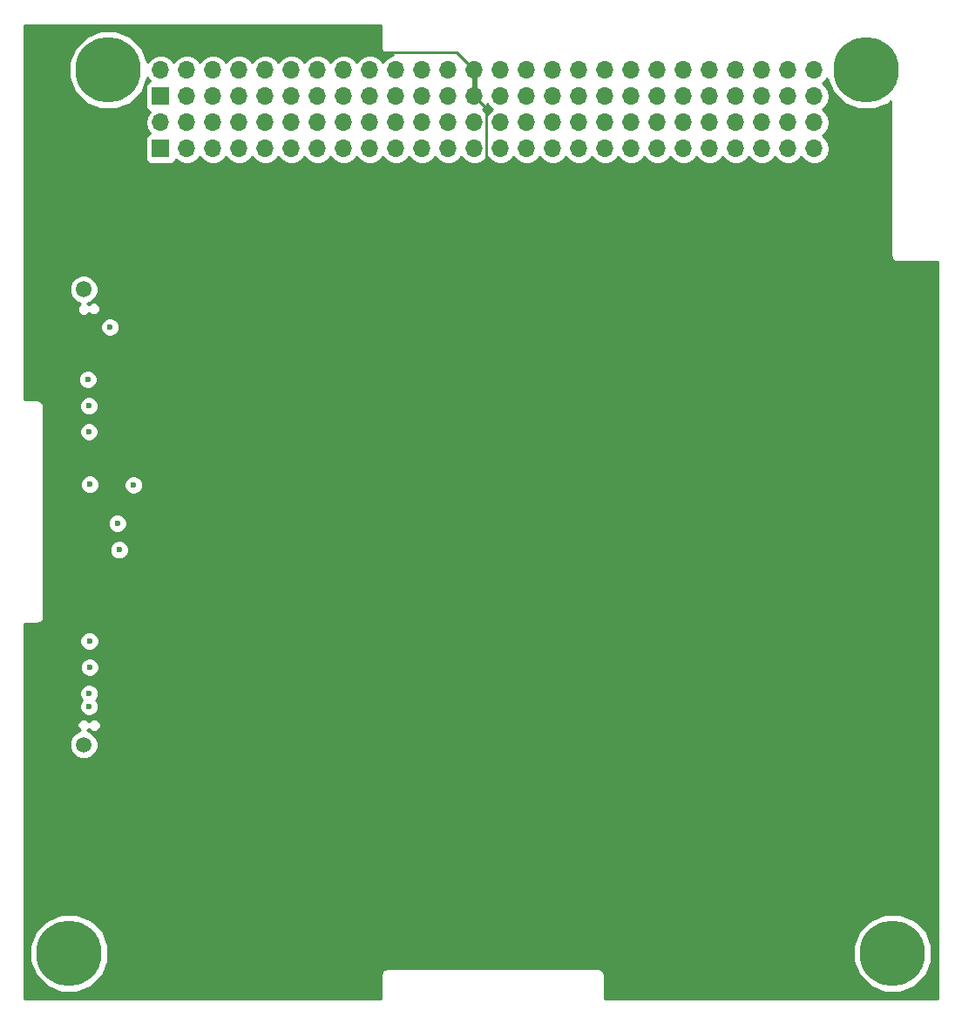
<source format=gbr>
G04 #@! TF.GenerationSoftware,KiCad,Pcbnew,5.0.0*
G04 #@! TF.CreationDate,2018-07-30T22:47:14-05:00*
G04 #@! TF.ProjectId,Header_Board,4865616465725F426F6172642E6B6963,rev?*
G04 #@! TF.SameCoordinates,Original*
G04 #@! TF.FileFunction,Copper,L2,Inr,Signal*
G04 #@! TF.FilePolarity,Positive*
%FSLAX46Y46*%
G04 Gerber Fmt 4.6, Leading zero omitted, Abs format (unit mm)*
G04 Created by KiCad (PCBNEW 5.0.0) date Mon Jul 30 22:47:14 2018*
%MOMM*%
%LPD*%
G01*
G04 APERTURE LIST*
G04 #@! TA.AperFunction,ViaPad*
%ADD10C,1.500000*%
G04 #@! TD*
G04 #@! TA.AperFunction,ViaPad*
%ADD11R,1.700000X1.700000*%
G04 #@! TD*
G04 #@! TA.AperFunction,ViaPad*
%ADD12O,1.700000X1.700000*%
G04 #@! TD*
G04 #@! TA.AperFunction,ViaPad*
%ADD13C,6.350000*%
G04 #@! TD*
G04 #@! TA.AperFunction,ViaPad*
%ADD14C,0.600000*%
G04 #@! TD*
G04 #@! TA.AperFunction,Conductor*
%ADD15C,0.250000*%
G04 #@! TD*
G04 #@! TA.AperFunction,Conductor*
%ADD16C,0.254000*%
G04 #@! TD*
G04 APERTURE END LIST*
D10*
G04 #@! TO.N,*
G04 #@! TO.C,P3*
X87782400Y-128983200D03*
X87782400Y-84783200D03*
G04 #@! TD*
D11*
G04 #@! TO.N,/SGPIO0*
G04 #@! TO.C,P1*
X95257081Y-66040935D03*
D12*
G04 #@! TO.N,/SGPIO1*
X95257081Y-63500935D03*
G04 #@! TO.N,/SGPIO2*
X97797081Y-66040935D03*
G04 #@! TO.N,/SGPIO3*
X97797081Y-63500935D03*
G04 #@! TO.N,/I2C3_SDA*
X100337081Y-66040935D03*
G04 #@! TO.N,/I2C3_SCL*
X100337081Y-63500935D03*
G04 #@! TO.N,/SGPIO4*
X102877081Y-66040935D03*
G04 #@! TO.N,Net-(P1-Pad8)*
X102877081Y-63500935D03*
G04 #@! TO.N,GND*
X105417081Y-66040935D03*
G04 #@! TO.N,Net-(P1-Pad10)*
X105417081Y-63500935D03*
G04 #@! TO.N,Net-(P1-Pad11)*
X107957081Y-66040935D03*
G04 #@! TO.N,Net-(P1-Pad12)*
X107957081Y-63500935D03*
G04 #@! TO.N,Net-(P1-Pad13)*
X110497081Y-66040935D03*
G04 #@! TO.N,GND*
X110497081Y-63500935D03*
G04 #@! TO.N,Net-(P1-Pad15)*
X113037081Y-66040935D03*
G04 #@! TO.N,Net-(P1-Pad16)*
X113037081Y-63500935D03*
G04 #@! TO.N,GND*
X115577081Y-66040935D03*
G04 #@! TO.N,Net-(P1-Pad18)*
X115577081Y-63500935D03*
G04 #@! TO.N,Net-(P1-Pad19)*
X118117081Y-66040935D03*
G04 #@! TO.N,Net-(P1-Pad20)*
X118117081Y-63500935D03*
G04 #@! TO.N,GND*
X120657081Y-66040935D03*
X120657081Y-63500935D03*
G04 #@! TO.N,Net-(P1-Pad23)*
X123197081Y-66040935D03*
G04 #@! TO.N,Net-(P1-Pad24)*
X123197081Y-63500935D03*
G04 #@! TO.N,+5V*
X125737081Y-66040935D03*
X125737081Y-63500935D03*
G04 #@! TO.N,Net-(P1-Pad27)*
X128277081Y-66040935D03*
G04 #@! TO.N,Net-(P1-Pad28)*
X128277081Y-63500935D03*
G04 #@! TO.N,GND*
X130817081Y-66040935D03*
X130817081Y-63500935D03*
G04 #@! TO.N,Net-(P1-Pad31)*
X133357081Y-66040935D03*
G04 #@! TO.N,GND*
X133357081Y-63500935D03*
G04 #@! TO.N,Net-(P1-Pad33)*
X135897081Y-66040935D03*
G04 #@! TO.N,Net-(P1-Pad34)*
X135897081Y-63500935D03*
G04 #@! TO.N,Net-(P1-Pad35)*
X138437081Y-66040935D03*
G04 #@! TO.N,Net-(P1-Pad36)*
X138437081Y-63500935D03*
G04 #@! TO.N,Net-(P1-Pad37)*
X140977081Y-66040935D03*
G04 #@! TO.N,Net-(P1-Pad38)*
X140977081Y-63500935D03*
G04 #@! TO.N,Net-(P1-Pad39)*
X143517081Y-66040935D03*
G04 #@! TO.N,Net-(P1-Pad40)*
X143517081Y-63500935D03*
G04 #@! TO.N,Net-(P1-Pad41)*
X146057081Y-66040935D03*
G04 #@! TO.N,Net-(P1-Pad42)*
X146057081Y-63500935D03*
G04 #@! TO.N,Net-(P1-Pad43)*
X148597081Y-66040935D03*
G04 #@! TO.N,Net-(P1-Pad44)*
X148597081Y-63500935D03*
G04 #@! TO.N,Net-(P1-Pad45)*
X151137081Y-66040935D03*
G04 #@! TO.N,Net-(P1-Pad46)*
X151137081Y-63500935D03*
G04 #@! TO.N,GND*
X153677081Y-66040935D03*
X153677081Y-63500935D03*
G04 #@! TO.N,/SPI2_NSS*
X156217081Y-66040935D03*
G04 #@! TO.N,/SPI2_SCK*
X156217081Y-63500935D03*
G04 #@! TO.N,/SPI2_MISO*
X158757081Y-66040935D03*
G04 #@! TO.N,/SPI2_MOSI*
X158757081Y-63500935D03*
G04 #@! TD*
D11*
G04 #@! TO.N,/GPIO0*
G04 #@! TO.C,P2*
X95257081Y-71120935D03*
D12*
G04 #@! TO.N,/GPIO1*
X95257081Y-68580935D03*
G04 #@! TO.N,/GPIO2*
X97797081Y-71120935D03*
G04 #@! TO.N,/GPIO3*
X97797081Y-68580935D03*
G04 #@! TO.N,/RADIO_TR*
X100337081Y-71120935D03*
G04 #@! TO.N,/RADIO_RR*
X100337081Y-68580935D03*
G04 #@! TO.N,/GPIO4*
X102877081Y-71120935D03*
G04 #@! TO.N,/GPIO5*
X102877081Y-68580935D03*
G04 #@! TO.N,/GPIO6*
X105417081Y-71120935D03*
G04 #@! TO.N,/GPIO7*
X105417081Y-68580935D03*
G04 #@! TO.N,/GPIO8*
X107957081Y-71120935D03*
G04 #@! TO.N,/GPIO9*
X107957081Y-68580935D03*
G04 #@! TO.N,/GPIO10*
X110497081Y-71120935D03*
G04 #@! TO.N,/GPIO11*
X110497081Y-68580935D03*
G04 #@! TO.N,/GPIO12*
X113037081Y-71120935D03*
G04 #@! TO.N,/GPIO13*
X113037081Y-68580935D03*
G04 #@! TO.N,/RADIO_RX*
X115577081Y-71120935D03*
G04 #@! TO.N,/RADIO_TX*
X115577081Y-68580935D03*
G04 #@! TO.N,/12C2_SDA*
X118117081Y-71120935D03*
G04 #@! TO.N,/I2C2_SCL*
X118117081Y-68580935D03*
G04 #@! TO.N,/SYS_SPI_SCK*
X120657081Y-71120935D03*
G04 #@! TO.N,/SYS_SPI_MISO*
X120657081Y-68580935D03*
G04 #@! TO.N,/SYS_SPI_MOSI*
X123197081Y-71120935D03*
G04 #@! TO.N,/SYS_SPI_NSS*
X123197081Y-68580935D03*
G04 #@! TO.N,Net-(P2-Pad25)*
X125737081Y-71120935D03*
G04 #@! TO.N,Net-(P2-Pad26)*
X125737081Y-68580935D03*
G04 #@! TO.N,Net-(P2-Pad27)*
X128277081Y-71120935D03*
G04 #@! TO.N,Net-(P2-Pad28)*
X128277081Y-68580935D03*
G04 #@! TO.N,/SYS_RESET*
X130817081Y-71120935D03*
G04 #@! TO.N,Net-(P2-Pad30)*
X130817081Y-68580935D03*
G04 #@! TO.N,Net-(P2-Pad31)*
X133357081Y-71120935D03*
G04 #@! TO.N,Net-(P2-Pad32)*
X133357081Y-68580935D03*
G04 #@! TO.N,/SGPIO7*
X135897081Y-71120935D03*
G04 #@! TO.N,/SGPIO8*
X135897081Y-68580935D03*
G04 #@! TO.N,/SGPIO9*
X138437081Y-71120935D03*
G04 #@! TO.N,/SGPIO10*
X138437081Y-68580935D03*
G04 #@! TO.N,/SGPIO11*
X140977081Y-71120935D03*
G04 #@! TO.N,/SGPIO12*
X140977081Y-68580935D03*
G04 #@! TO.N,/SGPIO13*
X143517081Y-71120935D03*
G04 #@! TO.N,/SGPIO14*
X143517081Y-68580935D03*
G04 #@! TO.N,/SYS_SDA*
X146057081Y-71120935D03*
G04 #@! TO.N,Net-(P2-Pad42)*
X146057081Y-68580935D03*
G04 #@! TO.N,/SYS_SCL*
X148597081Y-71120935D03*
G04 #@! TO.N,Net-(P2-Pad44)*
X148597081Y-68580935D03*
G04 #@! TO.N,Net-(P2-Pad45)*
X151137081Y-71120935D03*
G04 #@! TO.N,Net-(P2-Pad46)*
X151137081Y-68580935D03*
G04 #@! TO.N,/NBUFEN_PRI*
X153677081Y-71120935D03*
G04 #@! TO.N,/NBUFEN_SEC*
X153677081Y-68580935D03*
G04 #@! TO.N,Net-(P2-Pad49)*
X156217081Y-71120935D03*
G04 #@! TO.N,/SGPIO5*
X156217081Y-68580935D03*
G04 #@! TO.N,Net-(P2-Pad51)*
X158757081Y-71120935D03*
G04 #@! TO.N,/SGPIO6*
X158757081Y-68580935D03*
G04 #@! TD*
D13*
G04 #@! TO.N,N/C*
G04 #@! TO.C,REF\002A\002A*
X90170000Y-63500000D03*
G04 #@! TD*
G04 #@! TO.N,N/C*
G04 #@! TO.C,REF\002A\002A*
X163830000Y-63500000D03*
G04 #@! TD*
G04 #@! TO.N,N/C*
G04 #@! TO.C,REF\002A\002A*
X86360000Y-149225000D03*
G04 #@! TD*
G04 #@! TO.N,N/C*
G04 #@! TO.C,REF\002A\002A*
X166370000Y-149225000D03*
G04 #@! TD*
D10*
G04 #@! TO.N,*
G04 #@! TO.C,P3*
X87757000Y-128957800D03*
X87757000Y-84757800D03*
G04 #@! TD*
D14*
G04 #@! TO.N,/SYS_SDA*
X91033600Y-107492800D03*
G04 #@! TO.N,/SYS_SCL*
X88366600Y-103708200D03*
X92608400Y-103759000D03*
X91211400Y-110058200D03*
G04 #@! TO.N,GND*
X88315800Y-118922800D03*
X88341200Y-121462800D03*
X88265000Y-98602800D03*
X88163400Y-93522800D03*
X90322400Y-88442800D03*
X88265000Y-96088200D03*
X88290400Y-125272800D03*
X88290400Y-124002800D03*
G04 #@! TO.N,+5V*
X88442800Y-111302800D03*
X87147400Y-111302800D03*
X87122000Y-108788200D03*
X88392000Y-108788200D03*
X87147400Y-104952800D03*
X87147400Y-102412800D03*
X88290400Y-102412800D03*
X88417400Y-104952800D03*
X123418600Y-138658600D03*
X135458200Y-107086400D03*
X151638000Y-78460600D03*
G04 #@! TD*
D15*
G04 #@! TO.N,+5V*
X126912082Y-67215936D02*
X126912082Y-72935118D01*
X125737081Y-66040935D02*
X126912082Y-67215936D01*
X123977156Y-61741010D02*
X116274810Y-61741010D01*
X125737081Y-63500935D02*
X123977156Y-61741010D01*
G04 #@! TD*
D16*
G04 #@! TO.N,+5V*
G36*
X116638001Y-61271070D02*
X116624091Y-61341000D01*
X116679195Y-61618028D01*
X116836119Y-61852881D01*
X117070972Y-62009805D01*
X117278074Y-62051000D01*
X117278075Y-62051000D01*
X117348000Y-62064909D01*
X117417926Y-62051000D01*
X117794541Y-62051000D01*
X117537663Y-62102096D01*
X117046456Y-62430310D01*
X116847081Y-62728696D01*
X116647706Y-62430310D01*
X116156499Y-62102096D01*
X115723337Y-62015935D01*
X115430825Y-62015935D01*
X114997663Y-62102096D01*
X114506456Y-62430310D01*
X114307081Y-62728696D01*
X114107706Y-62430310D01*
X113616499Y-62102096D01*
X113183337Y-62015935D01*
X112890825Y-62015935D01*
X112457663Y-62102096D01*
X111966456Y-62430310D01*
X111767081Y-62728696D01*
X111567706Y-62430310D01*
X111076499Y-62102096D01*
X110643337Y-62015935D01*
X110350825Y-62015935D01*
X109917663Y-62102096D01*
X109426456Y-62430310D01*
X109227081Y-62728696D01*
X109027706Y-62430310D01*
X108536499Y-62102096D01*
X108103337Y-62015935D01*
X107810825Y-62015935D01*
X107377663Y-62102096D01*
X106886456Y-62430310D01*
X106687081Y-62728696D01*
X106487706Y-62430310D01*
X105996499Y-62102096D01*
X105563337Y-62015935D01*
X105270825Y-62015935D01*
X104837663Y-62102096D01*
X104346456Y-62430310D01*
X104147081Y-62728696D01*
X103947706Y-62430310D01*
X103456499Y-62102096D01*
X103023337Y-62015935D01*
X102730825Y-62015935D01*
X102297663Y-62102096D01*
X101806456Y-62430310D01*
X101607081Y-62728696D01*
X101407706Y-62430310D01*
X100916499Y-62102096D01*
X100483337Y-62015935D01*
X100190825Y-62015935D01*
X99757663Y-62102096D01*
X99266456Y-62430310D01*
X99067081Y-62728696D01*
X98867706Y-62430310D01*
X98376499Y-62102096D01*
X97943337Y-62015935D01*
X97650825Y-62015935D01*
X97217663Y-62102096D01*
X96726456Y-62430310D01*
X96527081Y-62728696D01*
X96327706Y-62430310D01*
X95836499Y-62102096D01*
X95403337Y-62015935D01*
X95110825Y-62015935D01*
X94677663Y-62102096D01*
X94186456Y-62430310D01*
X93979271Y-62740384D01*
X93399962Y-61341809D01*
X92328191Y-60270038D01*
X90927856Y-59690000D01*
X89412144Y-59690000D01*
X88011809Y-60270038D01*
X86940038Y-61341809D01*
X86360000Y-62742144D01*
X86360000Y-64257856D01*
X86940038Y-65658191D01*
X88011809Y-66729962D01*
X89412144Y-67310000D01*
X90927856Y-67310000D01*
X92328191Y-66729962D01*
X93399962Y-65658191D01*
X93978793Y-64260770D01*
X94186456Y-64571560D01*
X94204700Y-64583751D01*
X94159316Y-64592778D01*
X93949272Y-64733126D01*
X93808924Y-64943170D01*
X93759641Y-65190935D01*
X93759641Y-66890935D01*
X93808924Y-67138700D01*
X93949272Y-67348744D01*
X94159316Y-67489092D01*
X94204700Y-67498119D01*
X94186456Y-67510310D01*
X93858242Y-68001517D01*
X93742989Y-68580935D01*
X93858242Y-69160353D01*
X94186456Y-69651560D01*
X94204700Y-69663751D01*
X94159316Y-69672778D01*
X93949272Y-69813126D01*
X93808924Y-70023170D01*
X93759641Y-70270935D01*
X93759641Y-71970935D01*
X93808924Y-72218700D01*
X93949272Y-72428744D01*
X94159316Y-72569092D01*
X94407081Y-72618375D01*
X96107081Y-72618375D01*
X96354846Y-72569092D01*
X96564890Y-72428744D01*
X96705238Y-72218700D01*
X96714265Y-72173316D01*
X96726456Y-72191560D01*
X97217663Y-72519774D01*
X97650825Y-72605935D01*
X97943337Y-72605935D01*
X98376499Y-72519774D01*
X98867706Y-72191560D01*
X99067081Y-71893174D01*
X99266456Y-72191560D01*
X99757663Y-72519774D01*
X100190825Y-72605935D01*
X100483337Y-72605935D01*
X100916499Y-72519774D01*
X101407706Y-72191560D01*
X101607081Y-71893174D01*
X101806456Y-72191560D01*
X102297663Y-72519774D01*
X102730825Y-72605935D01*
X103023337Y-72605935D01*
X103456499Y-72519774D01*
X103947706Y-72191560D01*
X104147081Y-71893174D01*
X104346456Y-72191560D01*
X104837663Y-72519774D01*
X105270825Y-72605935D01*
X105563337Y-72605935D01*
X105996499Y-72519774D01*
X106487706Y-72191560D01*
X106687081Y-71893174D01*
X106886456Y-72191560D01*
X107377663Y-72519774D01*
X107810825Y-72605935D01*
X108103337Y-72605935D01*
X108536499Y-72519774D01*
X109027706Y-72191560D01*
X109227081Y-71893174D01*
X109426456Y-72191560D01*
X109917663Y-72519774D01*
X110350825Y-72605935D01*
X110643337Y-72605935D01*
X111076499Y-72519774D01*
X111567706Y-72191560D01*
X111767081Y-71893174D01*
X111966456Y-72191560D01*
X112457663Y-72519774D01*
X112890825Y-72605935D01*
X113183337Y-72605935D01*
X113616499Y-72519774D01*
X114107706Y-72191560D01*
X114307081Y-71893174D01*
X114506456Y-72191560D01*
X114997663Y-72519774D01*
X115430825Y-72605935D01*
X115723337Y-72605935D01*
X116156499Y-72519774D01*
X116647706Y-72191560D01*
X116847081Y-71893174D01*
X117046456Y-72191560D01*
X117537663Y-72519774D01*
X117970825Y-72605935D01*
X118263337Y-72605935D01*
X118696499Y-72519774D01*
X119187706Y-72191560D01*
X119387081Y-71893174D01*
X119586456Y-72191560D01*
X120077663Y-72519774D01*
X120510825Y-72605935D01*
X120803337Y-72605935D01*
X121236499Y-72519774D01*
X121727706Y-72191560D01*
X121927081Y-71893174D01*
X122126456Y-72191560D01*
X122617663Y-72519774D01*
X123050825Y-72605935D01*
X123343337Y-72605935D01*
X123776499Y-72519774D01*
X124267706Y-72191560D01*
X124467081Y-71893174D01*
X124666456Y-72191560D01*
X125157663Y-72519774D01*
X125590825Y-72605935D01*
X125883337Y-72605935D01*
X126316499Y-72519774D01*
X126807706Y-72191560D01*
X127007081Y-71893174D01*
X127206456Y-72191560D01*
X127697663Y-72519774D01*
X128130825Y-72605935D01*
X128423337Y-72605935D01*
X128856499Y-72519774D01*
X129347706Y-72191560D01*
X129547081Y-71893174D01*
X129746456Y-72191560D01*
X130237663Y-72519774D01*
X130670825Y-72605935D01*
X130963337Y-72605935D01*
X131396499Y-72519774D01*
X131887706Y-72191560D01*
X132087081Y-71893174D01*
X132286456Y-72191560D01*
X132777663Y-72519774D01*
X133210825Y-72605935D01*
X133503337Y-72605935D01*
X133936499Y-72519774D01*
X134427706Y-72191560D01*
X134627081Y-71893174D01*
X134826456Y-72191560D01*
X135317663Y-72519774D01*
X135750825Y-72605935D01*
X136043337Y-72605935D01*
X136476499Y-72519774D01*
X136967706Y-72191560D01*
X137167081Y-71893174D01*
X137366456Y-72191560D01*
X137857663Y-72519774D01*
X138290825Y-72605935D01*
X138583337Y-72605935D01*
X139016499Y-72519774D01*
X139507706Y-72191560D01*
X139707081Y-71893174D01*
X139906456Y-72191560D01*
X140397663Y-72519774D01*
X140830825Y-72605935D01*
X141123337Y-72605935D01*
X141556499Y-72519774D01*
X142047706Y-72191560D01*
X142247081Y-71893174D01*
X142446456Y-72191560D01*
X142937663Y-72519774D01*
X143370825Y-72605935D01*
X143663337Y-72605935D01*
X144096499Y-72519774D01*
X144587706Y-72191560D01*
X144787081Y-71893174D01*
X144986456Y-72191560D01*
X145477663Y-72519774D01*
X145910825Y-72605935D01*
X146203337Y-72605935D01*
X146636499Y-72519774D01*
X147127706Y-72191560D01*
X147327081Y-71893174D01*
X147526456Y-72191560D01*
X148017663Y-72519774D01*
X148450825Y-72605935D01*
X148743337Y-72605935D01*
X149176499Y-72519774D01*
X149667706Y-72191560D01*
X149867081Y-71893174D01*
X150066456Y-72191560D01*
X150557663Y-72519774D01*
X150990825Y-72605935D01*
X151283337Y-72605935D01*
X151716499Y-72519774D01*
X152207706Y-72191560D01*
X152407081Y-71893174D01*
X152606456Y-72191560D01*
X153097663Y-72519774D01*
X153530825Y-72605935D01*
X153823337Y-72605935D01*
X154256499Y-72519774D01*
X154747706Y-72191560D01*
X154947081Y-71893174D01*
X155146456Y-72191560D01*
X155637663Y-72519774D01*
X156070825Y-72605935D01*
X156363337Y-72605935D01*
X156796499Y-72519774D01*
X157287706Y-72191560D01*
X157487081Y-71893174D01*
X157686456Y-72191560D01*
X158177663Y-72519774D01*
X158610825Y-72605935D01*
X158903337Y-72605935D01*
X159336499Y-72519774D01*
X159827706Y-72191560D01*
X160155920Y-71700353D01*
X160271173Y-71120935D01*
X160155920Y-70541517D01*
X159827706Y-70050310D01*
X159529320Y-69850935D01*
X159827706Y-69651560D01*
X160155920Y-69160353D01*
X160271173Y-68580935D01*
X160155920Y-68001517D01*
X159827706Y-67510310D01*
X159529320Y-67310935D01*
X159827706Y-67111560D01*
X160155920Y-66620353D01*
X160271173Y-66040935D01*
X160155920Y-65461517D01*
X159827706Y-64970310D01*
X159529320Y-64770935D01*
X159827706Y-64571560D01*
X160026627Y-64273854D01*
X160600038Y-65658191D01*
X161671809Y-66729962D01*
X163072144Y-67310000D01*
X164587856Y-67310000D01*
X165988191Y-66729962D01*
X166168000Y-66550153D01*
X166168001Y-81337069D01*
X166154091Y-81407000D01*
X166209195Y-81684028D01*
X166366119Y-81918881D01*
X166600972Y-82075805D01*
X166808074Y-82117000D01*
X166808075Y-82117000D01*
X166878000Y-82130909D01*
X166947926Y-82117000D01*
X170740000Y-82117000D01*
X170740001Y-153595000D01*
X138378000Y-153595000D01*
X138378000Y-151453926D01*
X138391909Y-151384000D01*
X138336805Y-151106972D01*
X138179881Y-150872119D01*
X137945028Y-150715195D01*
X137737926Y-150674000D01*
X137737925Y-150674000D01*
X137668000Y-150660091D01*
X137598074Y-150674000D01*
X117417926Y-150674000D01*
X117348000Y-150660091D01*
X117278075Y-150674000D01*
X117278074Y-150674000D01*
X117070972Y-150715195D01*
X116836119Y-150872119D01*
X116679195Y-151106972D01*
X116624091Y-151384000D01*
X116638001Y-151453930D01*
X116638000Y-153595000D01*
X81990000Y-153595000D01*
X81990000Y-148467144D01*
X82550000Y-148467144D01*
X82550000Y-149982856D01*
X83130038Y-151383191D01*
X84201809Y-152454962D01*
X85602144Y-153035000D01*
X87117856Y-153035000D01*
X88518191Y-152454962D01*
X89589962Y-151383191D01*
X90170000Y-149982856D01*
X90170000Y-148467144D01*
X162560000Y-148467144D01*
X162560000Y-149982856D01*
X163140038Y-151383191D01*
X164211809Y-152454962D01*
X165612144Y-153035000D01*
X167127856Y-153035000D01*
X168528191Y-152454962D01*
X169599962Y-151383191D01*
X170180000Y-149982856D01*
X170180000Y-148467144D01*
X169599962Y-147066809D01*
X168528191Y-145995038D01*
X167127856Y-145415000D01*
X165612144Y-145415000D01*
X164211809Y-145995038D01*
X163140038Y-147066809D01*
X162560000Y-148467144D01*
X90170000Y-148467144D01*
X89589962Y-147066809D01*
X88518191Y-145995038D01*
X87117856Y-145415000D01*
X85602144Y-145415000D01*
X84201809Y-145995038D01*
X83130038Y-147066809D01*
X82550000Y-148467144D01*
X81990000Y-148467144D01*
X81990000Y-128682306D01*
X86372000Y-128682306D01*
X86372000Y-129233294D01*
X86582853Y-129742340D01*
X86997860Y-130157347D01*
X87506906Y-130368200D01*
X88057894Y-130368200D01*
X88566940Y-130157347D01*
X88956547Y-129767740D01*
X89167400Y-129258694D01*
X89167400Y-128707706D01*
X88956547Y-128198660D01*
X88541540Y-127783653D01*
X88096719Y-127599403D01*
X88116698Y-127591127D01*
X88257000Y-127450825D01*
X88422702Y-127616527D01*
X88656091Y-127713200D01*
X88908709Y-127713200D01*
X89142098Y-127616527D01*
X89320727Y-127437898D01*
X89417400Y-127204509D01*
X89417400Y-126951891D01*
X89320727Y-126718502D01*
X89142098Y-126539873D01*
X88908709Y-126443200D01*
X88656091Y-126443200D01*
X88422702Y-126539873D01*
X88282400Y-126680175D01*
X88116698Y-126514473D01*
X87883309Y-126417800D01*
X87630691Y-126417800D01*
X87397302Y-126514473D01*
X87218673Y-126693102D01*
X87122000Y-126926491D01*
X87122000Y-127179109D01*
X87218673Y-127412498D01*
X87397302Y-127591127D01*
X87417281Y-127599403D01*
X86972460Y-127783653D01*
X86582853Y-128173260D01*
X86372000Y-128682306D01*
X81990000Y-128682306D01*
X81990000Y-123816817D01*
X87355400Y-123816817D01*
X87355400Y-124188783D01*
X87497745Y-124532435D01*
X87603110Y-124637800D01*
X87497745Y-124743165D01*
X87355400Y-125086817D01*
X87355400Y-125458783D01*
X87497745Y-125802435D01*
X87760765Y-126065455D01*
X88104417Y-126207800D01*
X88476383Y-126207800D01*
X88820035Y-126065455D01*
X89083055Y-125802435D01*
X89225400Y-125458783D01*
X89225400Y-125086817D01*
X89083055Y-124743165D01*
X88977690Y-124637800D01*
X89083055Y-124532435D01*
X89225400Y-124188783D01*
X89225400Y-123816817D01*
X89083055Y-123473165D01*
X88820035Y-123210145D01*
X88476383Y-123067800D01*
X88104417Y-123067800D01*
X87760765Y-123210145D01*
X87497745Y-123473165D01*
X87355400Y-123816817D01*
X81990000Y-123816817D01*
X81990000Y-121276817D01*
X87406200Y-121276817D01*
X87406200Y-121648783D01*
X87548545Y-121992435D01*
X87811565Y-122255455D01*
X88155217Y-122397800D01*
X88527183Y-122397800D01*
X88870835Y-122255455D01*
X89133855Y-121992435D01*
X89276200Y-121648783D01*
X89276200Y-121276817D01*
X89133855Y-120933165D01*
X88870835Y-120670145D01*
X88527183Y-120527800D01*
X88155217Y-120527800D01*
X87811565Y-120670145D01*
X87548545Y-120933165D01*
X87406200Y-121276817D01*
X81990000Y-121276817D01*
X81990000Y-118736817D01*
X87380800Y-118736817D01*
X87380800Y-119108783D01*
X87523145Y-119452435D01*
X87786165Y-119715455D01*
X88129817Y-119857800D01*
X88501783Y-119857800D01*
X88845435Y-119715455D01*
X89108455Y-119452435D01*
X89250800Y-119108783D01*
X89250800Y-118736817D01*
X89108455Y-118393165D01*
X88845435Y-118130145D01*
X88501783Y-117987800D01*
X88129817Y-117987800D01*
X87786165Y-118130145D01*
X87523145Y-118393165D01*
X87380800Y-118736817D01*
X81990000Y-118736817D01*
X81990000Y-117219800D01*
X83115075Y-117219800D01*
X83185000Y-117233709D01*
X83462028Y-117178605D01*
X83696881Y-117021681D01*
X83853805Y-116786828D01*
X83895000Y-116579726D01*
X83908909Y-116509800D01*
X83895000Y-116439874D01*
X83895000Y-109872217D01*
X90276400Y-109872217D01*
X90276400Y-110244183D01*
X90418745Y-110587835D01*
X90681765Y-110850855D01*
X91025417Y-110993200D01*
X91397383Y-110993200D01*
X91741035Y-110850855D01*
X92004055Y-110587835D01*
X92146400Y-110244183D01*
X92146400Y-109872217D01*
X92004055Y-109528565D01*
X91741035Y-109265545D01*
X91397383Y-109123200D01*
X91025417Y-109123200D01*
X90681765Y-109265545D01*
X90418745Y-109528565D01*
X90276400Y-109872217D01*
X83895000Y-109872217D01*
X83895000Y-107306817D01*
X90098600Y-107306817D01*
X90098600Y-107678783D01*
X90240945Y-108022435D01*
X90503965Y-108285455D01*
X90847617Y-108427800D01*
X91219583Y-108427800D01*
X91563235Y-108285455D01*
X91826255Y-108022435D01*
X91968600Y-107678783D01*
X91968600Y-107306817D01*
X91826255Y-106963165D01*
X91563235Y-106700145D01*
X91219583Y-106557800D01*
X90847617Y-106557800D01*
X90503965Y-106700145D01*
X90240945Y-106963165D01*
X90098600Y-107306817D01*
X83895000Y-107306817D01*
X83895000Y-103522217D01*
X87431600Y-103522217D01*
X87431600Y-103894183D01*
X87573945Y-104237835D01*
X87836965Y-104500855D01*
X88180617Y-104643200D01*
X88552583Y-104643200D01*
X88896235Y-104500855D01*
X89159255Y-104237835D01*
X89301600Y-103894183D01*
X89301600Y-103573017D01*
X91673400Y-103573017D01*
X91673400Y-103944983D01*
X91815745Y-104288635D01*
X92078765Y-104551655D01*
X92422417Y-104694000D01*
X92794383Y-104694000D01*
X93138035Y-104551655D01*
X93401055Y-104288635D01*
X93543400Y-103944983D01*
X93543400Y-103573017D01*
X93401055Y-103229365D01*
X93138035Y-102966345D01*
X92794383Y-102824000D01*
X92422417Y-102824000D01*
X92078765Y-102966345D01*
X91815745Y-103229365D01*
X91673400Y-103573017D01*
X89301600Y-103573017D01*
X89301600Y-103522217D01*
X89159255Y-103178565D01*
X88896235Y-102915545D01*
X88552583Y-102773200D01*
X88180617Y-102773200D01*
X87836965Y-102915545D01*
X87573945Y-103178565D01*
X87431600Y-103522217D01*
X83895000Y-103522217D01*
X83895000Y-98416817D01*
X87330000Y-98416817D01*
X87330000Y-98788783D01*
X87472345Y-99132435D01*
X87735365Y-99395455D01*
X88079017Y-99537800D01*
X88450983Y-99537800D01*
X88794635Y-99395455D01*
X89057655Y-99132435D01*
X89200000Y-98788783D01*
X89200000Y-98416817D01*
X89057655Y-98073165D01*
X88794635Y-97810145D01*
X88450983Y-97667800D01*
X88079017Y-97667800D01*
X87735365Y-97810145D01*
X87472345Y-98073165D01*
X87330000Y-98416817D01*
X83895000Y-98416817D01*
X83895000Y-96285126D01*
X83908909Y-96215200D01*
X83853805Y-95938172D01*
X83829781Y-95902217D01*
X87330000Y-95902217D01*
X87330000Y-96274183D01*
X87472345Y-96617835D01*
X87735365Y-96880855D01*
X88079017Y-97023200D01*
X88450983Y-97023200D01*
X88794635Y-96880855D01*
X89057655Y-96617835D01*
X89200000Y-96274183D01*
X89200000Y-95902217D01*
X89057655Y-95558565D01*
X88794635Y-95295545D01*
X88450983Y-95153200D01*
X88079017Y-95153200D01*
X87735365Y-95295545D01*
X87472345Y-95558565D01*
X87330000Y-95902217D01*
X83829781Y-95902217D01*
X83696881Y-95703319D01*
X83462028Y-95546395D01*
X83254926Y-95505200D01*
X83254925Y-95505200D01*
X83185000Y-95491291D01*
X83115074Y-95505200D01*
X81990000Y-95505200D01*
X81990000Y-93336817D01*
X87228400Y-93336817D01*
X87228400Y-93708783D01*
X87370745Y-94052435D01*
X87633765Y-94315455D01*
X87977417Y-94457800D01*
X88349383Y-94457800D01*
X88693035Y-94315455D01*
X88956055Y-94052435D01*
X89098400Y-93708783D01*
X89098400Y-93336817D01*
X88956055Y-92993165D01*
X88693035Y-92730145D01*
X88349383Y-92587800D01*
X87977417Y-92587800D01*
X87633765Y-92730145D01*
X87370745Y-92993165D01*
X87228400Y-93336817D01*
X81990000Y-93336817D01*
X81990000Y-88256817D01*
X89387400Y-88256817D01*
X89387400Y-88628783D01*
X89529745Y-88972435D01*
X89792765Y-89235455D01*
X90136417Y-89377800D01*
X90508383Y-89377800D01*
X90852035Y-89235455D01*
X91115055Y-88972435D01*
X91257400Y-88628783D01*
X91257400Y-88256817D01*
X91115055Y-87913165D01*
X90852035Y-87650145D01*
X90508383Y-87507800D01*
X90136417Y-87507800D01*
X89792765Y-87650145D01*
X89529745Y-87913165D01*
X89387400Y-88256817D01*
X81990000Y-88256817D01*
X81990000Y-84482306D01*
X86372000Y-84482306D01*
X86372000Y-85033294D01*
X86582853Y-85542340D01*
X86997860Y-85957347D01*
X87442681Y-86141597D01*
X87422702Y-86149873D01*
X87244073Y-86328502D01*
X87147400Y-86561891D01*
X87147400Y-86814509D01*
X87244073Y-87047898D01*
X87422702Y-87226527D01*
X87656091Y-87323200D01*
X87908709Y-87323200D01*
X88142098Y-87226527D01*
X88282400Y-87086225D01*
X88397302Y-87201127D01*
X88630691Y-87297800D01*
X88883309Y-87297800D01*
X89116698Y-87201127D01*
X89295327Y-87022498D01*
X89392000Y-86789109D01*
X89392000Y-86536491D01*
X89295327Y-86303102D01*
X89116698Y-86124473D01*
X88883309Y-86027800D01*
X88630691Y-86027800D01*
X88397302Y-86124473D01*
X88257000Y-86264775D01*
X88142098Y-86149873D01*
X88122119Y-86141597D01*
X88566940Y-85957347D01*
X88956547Y-85567740D01*
X89167400Y-85058694D01*
X89167400Y-84507706D01*
X88956547Y-83998660D01*
X88541540Y-83583653D01*
X88032494Y-83372800D01*
X87481506Y-83372800D01*
X86972460Y-83583653D01*
X86582853Y-83973260D01*
X86372000Y-84482306D01*
X81990000Y-84482306D01*
X81990000Y-59130000D01*
X116638000Y-59130000D01*
X116638001Y-61271070D01*
X116638001Y-61271070D01*
G37*
X116638001Y-61271070D02*
X116624091Y-61341000D01*
X116679195Y-61618028D01*
X116836119Y-61852881D01*
X117070972Y-62009805D01*
X117278074Y-62051000D01*
X117278075Y-62051000D01*
X117348000Y-62064909D01*
X117417926Y-62051000D01*
X117794541Y-62051000D01*
X117537663Y-62102096D01*
X117046456Y-62430310D01*
X116847081Y-62728696D01*
X116647706Y-62430310D01*
X116156499Y-62102096D01*
X115723337Y-62015935D01*
X115430825Y-62015935D01*
X114997663Y-62102096D01*
X114506456Y-62430310D01*
X114307081Y-62728696D01*
X114107706Y-62430310D01*
X113616499Y-62102096D01*
X113183337Y-62015935D01*
X112890825Y-62015935D01*
X112457663Y-62102096D01*
X111966456Y-62430310D01*
X111767081Y-62728696D01*
X111567706Y-62430310D01*
X111076499Y-62102096D01*
X110643337Y-62015935D01*
X110350825Y-62015935D01*
X109917663Y-62102096D01*
X109426456Y-62430310D01*
X109227081Y-62728696D01*
X109027706Y-62430310D01*
X108536499Y-62102096D01*
X108103337Y-62015935D01*
X107810825Y-62015935D01*
X107377663Y-62102096D01*
X106886456Y-62430310D01*
X106687081Y-62728696D01*
X106487706Y-62430310D01*
X105996499Y-62102096D01*
X105563337Y-62015935D01*
X105270825Y-62015935D01*
X104837663Y-62102096D01*
X104346456Y-62430310D01*
X104147081Y-62728696D01*
X103947706Y-62430310D01*
X103456499Y-62102096D01*
X103023337Y-62015935D01*
X102730825Y-62015935D01*
X102297663Y-62102096D01*
X101806456Y-62430310D01*
X101607081Y-62728696D01*
X101407706Y-62430310D01*
X100916499Y-62102096D01*
X100483337Y-62015935D01*
X100190825Y-62015935D01*
X99757663Y-62102096D01*
X99266456Y-62430310D01*
X99067081Y-62728696D01*
X98867706Y-62430310D01*
X98376499Y-62102096D01*
X97943337Y-62015935D01*
X97650825Y-62015935D01*
X97217663Y-62102096D01*
X96726456Y-62430310D01*
X96527081Y-62728696D01*
X96327706Y-62430310D01*
X95836499Y-62102096D01*
X95403337Y-62015935D01*
X95110825Y-62015935D01*
X94677663Y-62102096D01*
X94186456Y-62430310D01*
X93979271Y-62740384D01*
X93399962Y-61341809D01*
X92328191Y-60270038D01*
X90927856Y-59690000D01*
X89412144Y-59690000D01*
X88011809Y-60270038D01*
X86940038Y-61341809D01*
X86360000Y-62742144D01*
X86360000Y-64257856D01*
X86940038Y-65658191D01*
X88011809Y-66729962D01*
X89412144Y-67310000D01*
X90927856Y-67310000D01*
X92328191Y-66729962D01*
X93399962Y-65658191D01*
X93978793Y-64260770D01*
X94186456Y-64571560D01*
X94204700Y-64583751D01*
X94159316Y-64592778D01*
X93949272Y-64733126D01*
X93808924Y-64943170D01*
X93759641Y-65190935D01*
X93759641Y-66890935D01*
X93808924Y-67138700D01*
X93949272Y-67348744D01*
X94159316Y-67489092D01*
X94204700Y-67498119D01*
X94186456Y-67510310D01*
X93858242Y-68001517D01*
X93742989Y-68580935D01*
X93858242Y-69160353D01*
X94186456Y-69651560D01*
X94204700Y-69663751D01*
X94159316Y-69672778D01*
X93949272Y-69813126D01*
X93808924Y-70023170D01*
X93759641Y-70270935D01*
X93759641Y-71970935D01*
X93808924Y-72218700D01*
X93949272Y-72428744D01*
X94159316Y-72569092D01*
X94407081Y-72618375D01*
X96107081Y-72618375D01*
X96354846Y-72569092D01*
X96564890Y-72428744D01*
X96705238Y-72218700D01*
X96714265Y-72173316D01*
X96726456Y-72191560D01*
X97217663Y-72519774D01*
X97650825Y-72605935D01*
X97943337Y-72605935D01*
X98376499Y-72519774D01*
X98867706Y-72191560D01*
X99067081Y-71893174D01*
X99266456Y-72191560D01*
X99757663Y-72519774D01*
X100190825Y-72605935D01*
X100483337Y-72605935D01*
X100916499Y-72519774D01*
X101407706Y-72191560D01*
X101607081Y-71893174D01*
X101806456Y-72191560D01*
X102297663Y-72519774D01*
X102730825Y-72605935D01*
X103023337Y-72605935D01*
X103456499Y-72519774D01*
X103947706Y-72191560D01*
X104147081Y-71893174D01*
X104346456Y-72191560D01*
X104837663Y-72519774D01*
X105270825Y-72605935D01*
X105563337Y-72605935D01*
X105996499Y-72519774D01*
X106487706Y-72191560D01*
X106687081Y-71893174D01*
X106886456Y-72191560D01*
X107377663Y-72519774D01*
X107810825Y-72605935D01*
X108103337Y-72605935D01*
X108536499Y-72519774D01*
X109027706Y-72191560D01*
X109227081Y-71893174D01*
X109426456Y-72191560D01*
X109917663Y-72519774D01*
X110350825Y-72605935D01*
X110643337Y-72605935D01*
X111076499Y-72519774D01*
X111567706Y-72191560D01*
X111767081Y-71893174D01*
X111966456Y-72191560D01*
X112457663Y-72519774D01*
X112890825Y-72605935D01*
X113183337Y-72605935D01*
X113616499Y-72519774D01*
X114107706Y-72191560D01*
X114307081Y-71893174D01*
X114506456Y-72191560D01*
X114997663Y-72519774D01*
X115430825Y-72605935D01*
X115723337Y-72605935D01*
X116156499Y-72519774D01*
X116647706Y-72191560D01*
X116847081Y-71893174D01*
X117046456Y-72191560D01*
X117537663Y-72519774D01*
X117970825Y-72605935D01*
X118263337Y-72605935D01*
X118696499Y-72519774D01*
X119187706Y-72191560D01*
X119387081Y-71893174D01*
X119586456Y-72191560D01*
X120077663Y-72519774D01*
X120510825Y-72605935D01*
X120803337Y-72605935D01*
X121236499Y-72519774D01*
X121727706Y-72191560D01*
X121927081Y-71893174D01*
X122126456Y-72191560D01*
X122617663Y-72519774D01*
X123050825Y-72605935D01*
X123343337Y-72605935D01*
X123776499Y-72519774D01*
X124267706Y-72191560D01*
X124467081Y-71893174D01*
X124666456Y-72191560D01*
X125157663Y-72519774D01*
X125590825Y-72605935D01*
X125883337Y-72605935D01*
X126316499Y-72519774D01*
X126807706Y-72191560D01*
X127007081Y-71893174D01*
X127206456Y-72191560D01*
X127697663Y-72519774D01*
X128130825Y-72605935D01*
X128423337Y-72605935D01*
X128856499Y-72519774D01*
X129347706Y-72191560D01*
X129547081Y-71893174D01*
X129746456Y-72191560D01*
X130237663Y-72519774D01*
X130670825Y-72605935D01*
X130963337Y-72605935D01*
X131396499Y-72519774D01*
X131887706Y-72191560D01*
X132087081Y-71893174D01*
X132286456Y-72191560D01*
X132777663Y-72519774D01*
X133210825Y-72605935D01*
X133503337Y-72605935D01*
X133936499Y-72519774D01*
X134427706Y-72191560D01*
X134627081Y-71893174D01*
X134826456Y-72191560D01*
X135317663Y-72519774D01*
X135750825Y-72605935D01*
X136043337Y-72605935D01*
X136476499Y-72519774D01*
X136967706Y-72191560D01*
X137167081Y-71893174D01*
X137366456Y-72191560D01*
X137857663Y-72519774D01*
X138290825Y-72605935D01*
X138583337Y-72605935D01*
X139016499Y-72519774D01*
X139507706Y-72191560D01*
X139707081Y-71893174D01*
X139906456Y-72191560D01*
X140397663Y-72519774D01*
X140830825Y-72605935D01*
X141123337Y-72605935D01*
X141556499Y-72519774D01*
X142047706Y-72191560D01*
X142247081Y-71893174D01*
X142446456Y-72191560D01*
X142937663Y-72519774D01*
X143370825Y-72605935D01*
X143663337Y-72605935D01*
X144096499Y-72519774D01*
X144587706Y-72191560D01*
X144787081Y-71893174D01*
X144986456Y-72191560D01*
X145477663Y-72519774D01*
X145910825Y-72605935D01*
X146203337Y-72605935D01*
X146636499Y-72519774D01*
X147127706Y-72191560D01*
X147327081Y-71893174D01*
X147526456Y-72191560D01*
X148017663Y-72519774D01*
X148450825Y-72605935D01*
X148743337Y-72605935D01*
X149176499Y-72519774D01*
X149667706Y-72191560D01*
X149867081Y-71893174D01*
X150066456Y-72191560D01*
X150557663Y-72519774D01*
X150990825Y-72605935D01*
X151283337Y-72605935D01*
X151716499Y-72519774D01*
X152207706Y-72191560D01*
X152407081Y-71893174D01*
X152606456Y-72191560D01*
X153097663Y-72519774D01*
X153530825Y-72605935D01*
X153823337Y-72605935D01*
X154256499Y-72519774D01*
X154747706Y-72191560D01*
X154947081Y-71893174D01*
X155146456Y-72191560D01*
X155637663Y-72519774D01*
X156070825Y-72605935D01*
X156363337Y-72605935D01*
X156796499Y-72519774D01*
X157287706Y-72191560D01*
X157487081Y-71893174D01*
X157686456Y-72191560D01*
X158177663Y-72519774D01*
X158610825Y-72605935D01*
X158903337Y-72605935D01*
X159336499Y-72519774D01*
X159827706Y-72191560D01*
X160155920Y-71700353D01*
X160271173Y-71120935D01*
X160155920Y-70541517D01*
X159827706Y-70050310D01*
X159529320Y-69850935D01*
X159827706Y-69651560D01*
X160155920Y-69160353D01*
X160271173Y-68580935D01*
X160155920Y-68001517D01*
X159827706Y-67510310D01*
X159529320Y-67310935D01*
X159827706Y-67111560D01*
X160155920Y-66620353D01*
X160271173Y-66040935D01*
X160155920Y-65461517D01*
X159827706Y-64970310D01*
X159529320Y-64770935D01*
X159827706Y-64571560D01*
X160026627Y-64273854D01*
X160600038Y-65658191D01*
X161671809Y-66729962D01*
X163072144Y-67310000D01*
X164587856Y-67310000D01*
X165988191Y-66729962D01*
X166168000Y-66550153D01*
X166168001Y-81337069D01*
X166154091Y-81407000D01*
X166209195Y-81684028D01*
X166366119Y-81918881D01*
X166600972Y-82075805D01*
X166808074Y-82117000D01*
X166808075Y-82117000D01*
X166878000Y-82130909D01*
X166947926Y-82117000D01*
X170740000Y-82117000D01*
X170740001Y-153595000D01*
X138378000Y-153595000D01*
X138378000Y-151453926D01*
X138391909Y-151384000D01*
X138336805Y-151106972D01*
X138179881Y-150872119D01*
X137945028Y-150715195D01*
X137737926Y-150674000D01*
X137737925Y-150674000D01*
X137668000Y-150660091D01*
X137598074Y-150674000D01*
X117417926Y-150674000D01*
X117348000Y-150660091D01*
X117278075Y-150674000D01*
X117278074Y-150674000D01*
X117070972Y-150715195D01*
X116836119Y-150872119D01*
X116679195Y-151106972D01*
X116624091Y-151384000D01*
X116638001Y-151453930D01*
X116638000Y-153595000D01*
X81990000Y-153595000D01*
X81990000Y-148467144D01*
X82550000Y-148467144D01*
X82550000Y-149982856D01*
X83130038Y-151383191D01*
X84201809Y-152454962D01*
X85602144Y-153035000D01*
X87117856Y-153035000D01*
X88518191Y-152454962D01*
X89589962Y-151383191D01*
X90170000Y-149982856D01*
X90170000Y-148467144D01*
X162560000Y-148467144D01*
X162560000Y-149982856D01*
X163140038Y-151383191D01*
X164211809Y-152454962D01*
X165612144Y-153035000D01*
X167127856Y-153035000D01*
X168528191Y-152454962D01*
X169599962Y-151383191D01*
X170180000Y-149982856D01*
X170180000Y-148467144D01*
X169599962Y-147066809D01*
X168528191Y-145995038D01*
X167127856Y-145415000D01*
X165612144Y-145415000D01*
X164211809Y-145995038D01*
X163140038Y-147066809D01*
X162560000Y-148467144D01*
X90170000Y-148467144D01*
X89589962Y-147066809D01*
X88518191Y-145995038D01*
X87117856Y-145415000D01*
X85602144Y-145415000D01*
X84201809Y-145995038D01*
X83130038Y-147066809D01*
X82550000Y-148467144D01*
X81990000Y-148467144D01*
X81990000Y-128682306D01*
X86372000Y-128682306D01*
X86372000Y-129233294D01*
X86582853Y-129742340D01*
X86997860Y-130157347D01*
X87506906Y-130368200D01*
X88057894Y-130368200D01*
X88566940Y-130157347D01*
X88956547Y-129767740D01*
X89167400Y-129258694D01*
X89167400Y-128707706D01*
X88956547Y-128198660D01*
X88541540Y-127783653D01*
X88096719Y-127599403D01*
X88116698Y-127591127D01*
X88257000Y-127450825D01*
X88422702Y-127616527D01*
X88656091Y-127713200D01*
X88908709Y-127713200D01*
X89142098Y-127616527D01*
X89320727Y-127437898D01*
X89417400Y-127204509D01*
X89417400Y-126951891D01*
X89320727Y-126718502D01*
X89142098Y-126539873D01*
X88908709Y-126443200D01*
X88656091Y-126443200D01*
X88422702Y-126539873D01*
X88282400Y-126680175D01*
X88116698Y-126514473D01*
X87883309Y-126417800D01*
X87630691Y-126417800D01*
X87397302Y-126514473D01*
X87218673Y-126693102D01*
X87122000Y-126926491D01*
X87122000Y-127179109D01*
X87218673Y-127412498D01*
X87397302Y-127591127D01*
X87417281Y-127599403D01*
X86972460Y-127783653D01*
X86582853Y-128173260D01*
X86372000Y-128682306D01*
X81990000Y-128682306D01*
X81990000Y-123816817D01*
X87355400Y-123816817D01*
X87355400Y-124188783D01*
X87497745Y-124532435D01*
X87603110Y-124637800D01*
X87497745Y-124743165D01*
X87355400Y-125086817D01*
X87355400Y-125458783D01*
X87497745Y-125802435D01*
X87760765Y-126065455D01*
X88104417Y-126207800D01*
X88476383Y-126207800D01*
X88820035Y-126065455D01*
X89083055Y-125802435D01*
X89225400Y-125458783D01*
X89225400Y-125086817D01*
X89083055Y-124743165D01*
X88977690Y-124637800D01*
X89083055Y-124532435D01*
X89225400Y-124188783D01*
X89225400Y-123816817D01*
X89083055Y-123473165D01*
X88820035Y-123210145D01*
X88476383Y-123067800D01*
X88104417Y-123067800D01*
X87760765Y-123210145D01*
X87497745Y-123473165D01*
X87355400Y-123816817D01*
X81990000Y-123816817D01*
X81990000Y-121276817D01*
X87406200Y-121276817D01*
X87406200Y-121648783D01*
X87548545Y-121992435D01*
X87811565Y-122255455D01*
X88155217Y-122397800D01*
X88527183Y-122397800D01*
X88870835Y-122255455D01*
X89133855Y-121992435D01*
X89276200Y-121648783D01*
X89276200Y-121276817D01*
X89133855Y-120933165D01*
X88870835Y-120670145D01*
X88527183Y-120527800D01*
X88155217Y-120527800D01*
X87811565Y-120670145D01*
X87548545Y-120933165D01*
X87406200Y-121276817D01*
X81990000Y-121276817D01*
X81990000Y-118736817D01*
X87380800Y-118736817D01*
X87380800Y-119108783D01*
X87523145Y-119452435D01*
X87786165Y-119715455D01*
X88129817Y-119857800D01*
X88501783Y-119857800D01*
X88845435Y-119715455D01*
X89108455Y-119452435D01*
X89250800Y-119108783D01*
X89250800Y-118736817D01*
X89108455Y-118393165D01*
X88845435Y-118130145D01*
X88501783Y-117987800D01*
X88129817Y-117987800D01*
X87786165Y-118130145D01*
X87523145Y-118393165D01*
X87380800Y-118736817D01*
X81990000Y-118736817D01*
X81990000Y-117219800D01*
X83115075Y-117219800D01*
X83185000Y-117233709D01*
X83462028Y-117178605D01*
X83696881Y-117021681D01*
X83853805Y-116786828D01*
X83895000Y-116579726D01*
X83908909Y-116509800D01*
X83895000Y-116439874D01*
X83895000Y-109872217D01*
X90276400Y-109872217D01*
X90276400Y-110244183D01*
X90418745Y-110587835D01*
X90681765Y-110850855D01*
X91025417Y-110993200D01*
X91397383Y-110993200D01*
X91741035Y-110850855D01*
X92004055Y-110587835D01*
X92146400Y-110244183D01*
X92146400Y-109872217D01*
X92004055Y-109528565D01*
X91741035Y-109265545D01*
X91397383Y-109123200D01*
X91025417Y-109123200D01*
X90681765Y-109265545D01*
X90418745Y-109528565D01*
X90276400Y-109872217D01*
X83895000Y-109872217D01*
X83895000Y-107306817D01*
X90098600Y-107306817D01*
X90098600Y-107678783D01*
X90240945Y-108022435D01*
X90503965Y-108285455D01*
X90847617Y-108427800D01*
X91219583Y-108427800D01*
X91563235Y-108285455D01*
X91826255Y-108022435D01*
X91968600Y-107678783D01*
X91968600Y-107306817D01*
X91826255Y-106963165D01*
X91563235Y-106700145D01*
X91219583Y-106557800D01*
X90847617Y-106557800D01*
X90503965Y-106700145D01*
X90240945Y-106963165D01*
X90098600Y-107306817D01*
X83895000Y-107306817D01*
X83895000Y-103522217D01*
X87431600Y-103522217D01*
X87431600Y-103894183D01*
X87573945Y-104237835D01*
X87836965Y-104500855D01*
X88180617Y-104643200D01*
X88552583Y-104643200D01*
X88896235Y-104500855D01*
X89159255Y-104237835D01*
X89301600Y-103894183D01*
X89301600Y-103573017D01*
X91673400Y-103573017D01*
X91673400Y-103944983D01*
X91815745Y-104288635D01*
X92078765Y-104551655D01*
X92422417Y-104694000D01*
X92794383Y-104694000D01*
X93138035Y-104551655D01*
X93401055Y-104288635D01*
X93543400Y-103944983D01*
X93543400Y-103573017D01*
X93401055Y-103229365D01*
X93138035Y-102966345D01*
X92794383Y-102824000D01*
X92422417Y-102824000D01*
X92078765Y-102966345D01*
X91815745Y-103229365D01*
X91673400Y-103573017D01*
X89301600Y-103573017D01*
X89301600Y-103522217D01*
X89159255Y-103178565D01*
X88896235Y-102915545D01*
X88552583Y-102773200D01*
X88180617Y-102773200D01*
X87836965Y-102915545D01*
X87573945Y-103178565D01*
X87431600Y-103522217D01*
X83895000Y-103522217D01*
X83895000Y-98416817D01*
X87330000Y-98416817D01*
X87330000Y-98788783D01*
X87472345Y-99132435D01*
X87735365Y-99395455D01*
X88079017Y-99537800D01*
X88450983Y-99537800D01*
X88794635Y-99395455D01*
X89057655Y-99132435D01*
X89200000Y-98788783D01*
X89200000Y-98416817D01*
X89057655Y-98073165D01*
X88794635Y-97810145D01*
X88450983Y-97667800D01*
X88079017Y-97667800D01*
X87735365Y-97810145D01*
X87472345Y-98073165D01*
X87330000Y-98416817D01*
X83895000Y-98416817D01*
X83895000Y-96285126D01*
X83908909Y-96215200D01*
X83853805Y-95938172D01*
X83829781Y-95902217D01*
X87330000Y-95902217D01*
X87330000Y-96274183D01*
X87472345Y-96617835D01*
X87735365Y-96880855D01*
X88079017Y-97023200D01*
X88450983Y-97023200D01*
X88794635Y-96880855D01*
X89057655Y-96617835D01*
X89200000Y-96274183D01*
X89200000Y-95902217D01*
X89057655Y-95558565D01*
X88794635Y-95295545D01*
X88450983Y-95153200D01*
X88079017Y-95153200D01*
X87735365Y-95295545D01*
X87472345Y-95558565D01*
X87330000Y-95902217D01*
X83829781Y-95902217D01*
X83696881Y-95703319D01*
X83462028Y-95546395D01*
X83254926Y-95505200D01*
X83254925Y-95505200D01*
X83185000Y-95491291D01*
X83115074Y-95505200D01*
X81990000Y-95505200D01*
X81990000Y-93336817D01*
X87228400Y-93336817D01*
X87228400Y-93708783D01*
X87370745Y-94052435D01*
X87633765Y-94315455D01*
X87977417Y-94457800D01*
X88349383Y-94457800D01*
X88693035Y-94315455D01*
X88956055Y-94052435D01*
X89098400Y-93708783D01*
X89098400Y-93336817D01*
X88956055Y-92993165D01*
X88693035Y-92730145D01*
X88349383Y-92587800D01*
X87977417Y-92587800D01*
X87633765Y-92730145D01*
X87370745Y-92993165D01*
X87228400Y-93336817D01*
X81990000Y-93336817D01*
X81990000Y-88256817D01*
X89387400Y-88256817D01*
X89387400Y-88628783D01*
X89529745Y-88972435D01*
X89792765Y-89235455D01*
X90136417Y-89377800D01*
X90508383Y-89377800D01*
X90852035Y-89235455D01*
X91115055Y-88972435D01*
X91257400Y-88628783D01*
X91257400Y-88256817D01*
X91115055Y-87913165D01*
X90852035Y-87650145D01*
X90508383Y-87507800D01*
X90136417Y-87507800D01*
X89792765Y-87650145D01*
X89529745Y-87913165D01*
X89387400Y-88256817D01*
X81990000Y-88256817D01*
X81990000Y-84482306D01*
X86372000Y-84482306D01*
X86372000Y-85033294D01*
X86582853Y-85542340D01*
X86997860Y-85957347D01*
X87442681Y-86141597D01*
X87422702Y-86149873D01*
X87244073Y-86328502D01*
X87147400Y-86561891D01*
X87147400Y-86814509D01*
X87244073Y-87047898D01*
X87422702Y-87226527D01*
X87656091Y-87323200D01*
X87908709Y-87323200D01*
X88142098Y-87226527D01*
X88282400Y-87086225D01*
X88397302Y-87201127D01*
X88630691Y-87297800D01*
X88883309Y-87297800D01*
X89116698Y-87201127D01*
X89295327Y-87022498D01*
X89392000Y-86789109D01*
X89392000Y-86536491D01*
X89295327Y-86303102D01*
X89116698Y-86124473D01*
X88883309Y-86027800D01*
X88630691Y-86027800D01*
X88397302Y-86124473D01*
X88257000Y-86264775D01*
X88142098Y-86149873D01*
X88122119Y-86141597D01*
X88566940Y-85957347D01*
X88956547Y-85567740D01*
X89167400Y-85058694D01*
X89167400Y-84507706D01*
X88956547Y-83998660D01*
X88541540Y-83583653D01*
X88032494Y-83372800D01*
X87481506Y-83372800D01*
X86972460Y-83583653D01*
X86582853Y-83973260D01*
X86372000Y-84482306D01*
X81990000Y-84482306D01*
X81990000Y-59130000D01*
X116638000Y-59130000D01*
X116638001Y-61271070D01*
G36*
X127206456Y-67111560D02*
X127504842Y-67310935D01*
X127206456Y-67510310D01*
X127007081Y-67808696D01*
X126807706Y-67510310D01*
X126507295Y-67309582D01*
X126932264Y-66922293D01*
X126993238Y-66792457D01*
X127206456Y-67111560D01*
X127206456Y-67111560D01*
G37*
X127206456Y-67111560D02*
X127504842Y-67310935D01*
X127206456Y-67510310D01*
X127007081Y-67808696D01*
X126807706Y-67510310D01*
X126507295Y-67309582D01*
X126932264Y-66922293D01*
X126993238Y-66792457D01*
X127206456Y-67111560D01*
G36*
X125864081Y-63373935D02*
X125884081Y-63373935D01*
X125884081Y-63627935D01*
X125864081Y-63627935D01*
X125864081Y-65913935D01*
X125884081Y-65913935D01*
X125884081Y-66167935D01*
X125864081Y-66167935D01*
X125864081Y-66187935D01*
X125610081Y-66187935D01*
X125610081Y-66167935D01*
X125590081Y-66167935D01*
X125590081Y-65913935D01*
X125610081Y-65913935D01*
X125610081Y-63627935D01*
X125590081Y-63627935D01*
X125590081Y-63373935D01*
X125610081Y-63373935D01*
X125610081Y-63353935D01*
X125864081Y-63353935D01*
X125864081Y-63373935D01*
X125864081Y-63373935D01*
G37*
X125864081Y-63373935D02*
X125884081Y-63373935D01*
X125884081Y-63627935D01*
X125864081Y-63627935D01*
X125864081Y-65913935D01*
X125884081Y-65913935D01*
X125884081Y-66167935D01*
X125864081Y-66167935D01*
X125864081Y-66187935D01*
X125610081Y-66187935D01*
X125610081Y-66167935D01*
X125590081Y-66167935D01*
X125590081Y-65913935D01*
X125610081Y-65913935D01*
X125610081Y-63627935D01*
X125590081Y-63627935D01*
X125590081Y-63373935D01*
X125610081Y-63373935D01*
X125610081Y-63353935D01*
X125864081Y-63353935D01*
X125864081Y-63373935D01*
G04 #@! TD*
M02*

</source>
